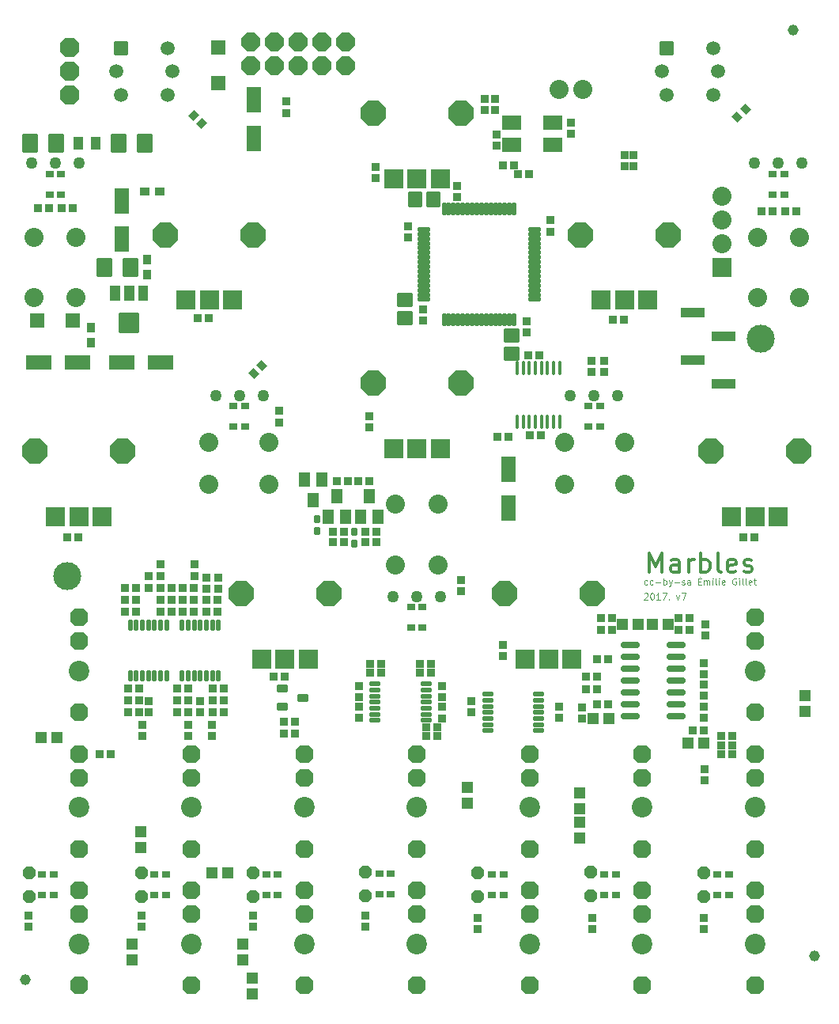
<source format=gbr>
%TF.GenerationSoftware,KiCad,Pcbnew,(6.0.11-0)*%
%TF.CreationDate,2023-03-06T21:55:09+01:00*%
%TF.ProjectId,marbles,6d617262-6c65-4732-9e6b-696361645f70,rev?*%
%TF.SameCoordinates,Original*%
%TF.FileFunction,Soldermask,Top*%
%TF.FilePolarity,Negative*%
%FSLAX46Y46*%
G04 Gerber Fmt 4.6, Leading zero omitted, Abs format (unit mm)*
G04 Created by KiCad (PCBNEW (6.0.11-0)) date 2023-03-06 21:55:09*
%MOMM*%
%LPD*%
G01*
G04 APERTURE LIST*
G04 Aperture macros list*
%AMRoundRect*
0 Rectangle with rounded corners*
0 $1 Rounding radius*
0 $2 $3 $4 $5 $6 $7 $8 $9 X,Y pos of 4 corners*
0 Add a 4 corners polygon primitive as box body*
4,1,4,$2,$3,$4,$5,$6,$7,$8,$9,$2,$3,0*
0 Add four circle primitives for the rounded corners*
1,1,$1+$1,$2,$3*
1,1,$1+$1,$4,$5*
1,1,$1+$1,$6,$7*
1,1,$1+$1,$8,$9*
0 Add four rect primitives between the rounded corners*
20,1,$1+$1,$2,$3,$4,$5,0*
20,1,$1+$1,$4,$5,$6,$7,0*
20,1,$1+$1,$6,$7,$8,$9,0*
20,1,$1+$1,$8,$9,$2,$3,0*%
%AMFreePoly0*
4,1,25,0.575031,1.328373,0.579933,1.323882,1.323882,0.579933,1.345910,0.532692,1.346200,0.526051,1.346200,-0.526051,1.328373,-0.575031,1.323882,-0.579933,0.579933,-1.323882,0.532692,-1.345910,0.526051,-1.346200,-0.526051,-1.346200,-0.575031,-1.328373,-0.579933,-1.323882,-1.323882,-0.579933,-1.345910,-0.532692,-1.346200,-0.526051,-1.346200,0.526051,-1.328373,0.575031,-1.323882,0.579933,
-0.579933,1.323882,-0.532692,1.345910,-0.526051,1.346200,0.526051,1.346200,0.575031,1.328373,0.575031,1.328373,$1*%
%AMFreePoly1*
4,1,25,0.417216,0.947373,0.422118,0.942882,0.942882,0.422118,0.964910,0.374877,0.965200,0.368236,0.965200,-0.368236,0.947373,-0.417216,0.942882,-0.422118,0.422118,-0.942882,0.374877,-0.964910,0.368236,-0.965200,-0.368236,-0.965200,-0.417216,-0.947373,-0.422118,-0.942882,-0.942882,-0.422118,-0.964910,-0.374877,-0.965200,-0.368236,-0.965200,0.368236,-0.947373,0.417216,-0.942882,0.422118,
-0.422118,0.942882,-0.374877,0.964910,-0.368236,0.965200,0.368236,0.965200,0.417216,0.947373,0.417216,0.947373,$1*%
%AMFreePoly2*
4,1,25,0.301485,0.667973,0.306387,0.663482,0.663482,0.306387,0.685510,0.259146,0.685800,0.252505,0.685800,-0.252505,0.667973,-0.301485,0.663482,-0.306387,0.306387,-0.663482,0.259146,-0.685510,0.252505,-0.685800,-0.252505,-0.685800,-0.301485,-0.667973,-0.306387,-0.663482,-0.663482,-0.306387,-0.685510,-0.259146,-0.685800,-0.252505,-0.685800,0.252505,-0.667973,0.301485,-0.663482,0.306387,
-0.306387,0.663482,-0.259146,0.685510,-0.252505,0.685800,0.252505,0.685800,0.301485,0.667973,0.301485,0.667973,$1*%
%AMFreePoly3*
4,1,25,0.448779,1.023573,0.453681,1.019082,1.019082,0.453681,1.041110,0.406440,1.041400,0.399799,1.041400,-0.399799,1.023573,-0.448779,1.019082,-0.453681,0.453681,-1.019082,0.406440,-1.041110,0.399799,-1.041400,-0.399799,-1.041400,-0.448779,-1.023573,-0.453681,-1.019082,-1.019082,-0.453681,-1.041110,-0.406440,-1.041400,-0.399799,-1.041400,0.399799,-1.023573,0.448779,-1.019082,0.453681,
-0.453681,1.019082,-0.406440,1.041110,-0.399799,1.041400,0.399799,1.041400,0.448779,1.023573,0.448779,1.023573,$1*%
%AMFreePoly4*
4,1,25,0.438258,0.998173,0.443160,0.993682,0.993682,0.443160,1.015710,0.395919,1.016000,0.389278,1.016000,-0.389278,0.998173,-0.438258,0.993682,-0.443160,0.443160,-0.993682,0.395919,-1.015710,0.389278,-1.016000,-0.389278,-1.016000,-0.438258,-0.998173,-0.443160,-0.993682,-0.993682,-0.443160,-1.015710,-0.395919,-1.016000,-0.389278,-1.016000,0.389278,-0.998173,0.438258,-0.993682,0.443160,
-0.443160,0.993682,-0.395919,1.015710,-0.389278,1.016000,0.389278,1.016000,0.438258,0.998173,0.438258,0.998173,$1*%
G04 Aperture macros list end*
%ADD10C,0.121920*%
%ADD11C,0.365760*%
%ADD12R,2.510000X1.000000*%
%ADD13RoundRect,0.100000X0.100000X-0.637500X0.100000X0.637500X-0.100000X0.637500X-0.100000X-0.637500X0*%
%ADD14RoundRect,0.150000X-0.825000X-0.150000X0.825000X-0.150000X0.825000X0.150000X-0.825000X0.150000X0*%
%ADD15RoundRect,0.076200X0.650000X0.750000X-0.650000X0.750000X-0.650000X-0.750000X0.650000X-0.750000X0*%
%ADD16RoundRect,0.076200X1.300000X0.700000X-1.300000X0.700000X-1.300000X-0.700000X1.300000X-0.700000X0*%
%ADD17RoundRect,0.576200X0.000000X0.000000X0.000000X0.000000X0.000000X0.000000X0.000000X0.000000X0*%
%ADD18RoundRect,0.076200X0.375000X-0.325000X0.375000X0.325000X-0.375000X0.325000X-0.375000X-0.325000X0*%
%ADD19R,0.850000X0.640000*%
%ADD20RoundRect,0.076200X-0.325000X-0.375000X0.325000X-0.375000X0.325000X0.375000X-0.325000X0.375000X0*%
%ADD21RoundRect,0.076200X0.939800X-0.939800X0.939800X0.939800X-0.939800X0.939800X-0.939800X-0.939800X0*%
%ADD22FreePoly0,90.000000*%
%ADD23RoundRect,0.076200X0.325000X0.375000X-0.325000X0.375000X-0.325000X-0.375000X0.325000X-0.375000X0*%
%ADD24C,2.200000*%
%ADD25FreePoly1,180.000000*%
%ADD26RoundRect,0.076200X-0.375000X0.325000X-0.375000X-0.325000X0.375000X-0.325000X0.375000X0.325000X0*%
%ADD27RoundRect,0.076200X0.500000X0.550000X-0.500000X0.550000X-0.500000X-0.550000X0.500000X-0.550000X0*%
%ADD28RoundRect,0.076200X0.800000X0.900000X-0.800000X0.900000X-0.800000X-0.900000X0.800000X-0.900000X0*%
%ADD29RoundRect,0.076200X-0.500000X0.350000X-0.500000X-0.350000X0.500000X-0.350000X0.500000X0.350000X0*%
%ADD30RoundRect,0.076200X-0.950000X-0.700000X0.950000X-0.700000X0.950000X0.700000X-0.950000X0.700000X0*%
%ADD31RoundRect,0.076200X0.550000X0.500000X-0.550000X0.500000X-0.550000X-0.500000X0.550000X-0.500000X0*%
%ADD32C,1.258800*%
%ADD33RoundRect,0.076200X-0.750000X0.650000X-0.750000X-0.650000X0.750000X-0.650000X0.750000X0.650000X0*%
%ADD34RoundRect,0.076200X-0.700000X-0.700000X0.700000X-0.700000X0.700000X0.700000X-0.700000X0.700000X0*%
%ADD35RoundRect,0.076200X0.700000X-1.300000X0.700000X1.300000X-0.700000X1.300000X-0.700000X-1.300000X0*%
%ADD36RoundRect,0.076200X0.550000X-0.500000X0.550000X0.500000X-0.550000X0.500000X-0.550000X-0.500000X0*%
%ADD37FreePoly2,270.000000*%
%ADD38RoundRect,0.076200X-0.495300X0.152400X-0.495300X-0.152400X0.495300X-0.152400X0.495300X0.152400X0*%
%ADD39RoundRect,0.076200X-0.250000X0.350000X-0.250000X-0.350000X0.250000X-0.350000X0.250000X0.350000X0*%
%ADD40RoundRect,0.076200X0.500000X-0.550000X0.500000X0.550000X-0.500000X0.550000X-0.500000X-0.550000X0*%
%ADD41RoundRect,0.076200X0.494975X0.035355X0.035355X0.494975X-0.494975X-0.035355X-0.035355X-0.494975X0*%
%ADD42RoundRect,0.076200X-0.500000X-0.700000X0.500000X-0.700000X0.500000X0.700000X-0.500000X0.700000X0*%
%ADD43RoundRect,0.076200X0.150000X0.600000X-0.150000X0.600000X-0.150000X-0.600000X0.150000X-0.600000X0*%
%ADD44RoundRect,0.076200X-0.600000X0.150000X-0.600000X-0.150000X0.600000X-0.150000X0.600000X0.150000X0*%
%ADD45RoundRect,0.076200X-0.150000X-0.600000X0.150000X-0.600000X0.150000X0.600000X-0.150000X0.600000X0*%
%ADD46RoundRect,0.076200X0.600000X-0.150000X0.600000X0.150000X-0.600000X0.150000X-0.600000X-0.150000X0*%
%ADD47RoundRect,0.076200X-0.500000X-0.550000X0.500000X-0.550000X0.500000X0.550000X-0.500000X0.550000X0*%
%ADD48RoundRect,0.076200X0.035355X-0.494975X0.494975X-0.035355X-0.035355X0.494975X-0.494975X0.035355X0*%
%ADD49RoundRect,0.076200X0.500000X0.700000X-0.500000X0.700000X-0.500000X-0.700000X0.500000X-0.700000X0*%
%ADD50RoundRect,0.076200X0.350000X-0.425000X0.350000X0.425000X-0.350000X0.425000X-0.350000X-0.425000X0*%
%ADD51C,1.502400*%
%ADD52RoundRect,0.076200X0.675000X-0.675000X0.675000X0.675000X-0.675000X0.675000X-0.675000X-0.675000X0*%
%ADD53RoundRect,0.076200X0.450000X0.625000X-0.450000X0.625000X-0.450000X-0.625000X0.450000X-0.625000X0*%
%ADD54RoundRect,0.076200X0.700000X-0.700000X0.700000X0.700000X-0.700000X0.700000X-0.700000X-0.700000X0*%
%ADD55C,2.032000*%
%ADD56RoundRect,0.076200X-0.152400X-0.495300X0.152400X-0.495300X0.152400X0.495300X-0.152400X0.495300X0*%
%ADD57RoundRect,0.076200X-0.425000X-0.350000X0.425000X-0.350000X0.425000X0.350000X-0.425000X0.350000X0*%
%ADD58RoundRect,0.076200X0.250000X-0.350000X0.250000X0.350000X-0.250000X0.350000X-0.250000X-0.350000X0*%
%ADD59RoundRect,0.076200X-0.800000X-0.900000X0.800000X-0.900000X0.800000X0.900000X-0.800000X0.900000X0*%
%ADD60FreePoly3,180.000000*%
%ADD61C,3.000000*%
%ADD62RoundRect,0.076200X-0.035355X0.494975X-0.494975X0.035355X0.035355X-0.494975X0.494975X-0.035355X0*%
%ADD63RoundRect,0.076200X-1.300000X-0.700000X1.300000X-0.700000X1.300000X0.700000X-1.300000X0.700000X0*%
%ADD64RoundRect,0.076200X-1.000000X1.000000X-1.000000X-1.000000X1.000000X-1.000000X1.000000X1.000000X0*%
%ADD65FreePoly4,180.000000*%
%ADD66RoundRect,0.076200X-0.939800X-0.939800X0.939800X-0.939800X0.939800X0.939800X-0.939800X0.939800X0*%
G04 APERTURE END LIST*
D10*
X173170934Y-113192801D02*
X173105136Y-113225700D01*
X172973540Y-113225700D01*
X172907742Y-113192801D01*
X172874843Y-113159902D01*
X172841944Y-113094104D01*
X172841944Y-112896710D01*
X172874843Y-112830912D01*
X172907742Y-112798013D01*
X172973540Y-112765114D01*
X173105136Y-112765114D01*
X173170934Y-112798013D01*
X173763117Y-113192801D02*
X173697319Y-113225700D01*
X173565723Y-113225700D01*
X173499925Y-113192801D01*
X173467026Y-113159902D01*
X173434127Y-113094104D01*
X173434127Y-112896710D01*
X173467026Y-112830912D01*
X173499925Y-112798013D01*
X173565723Y-112765114D01*
X173697319Y-112765114D01*
X173763117Y-112798013D01*
X174059208Y-112962508D02*
X174585593Y-112962508D01*
X174914584Y-113225700D02*
X174914584Y-112534820D01*
X174914584Y-112798013D02*
X174980382Y-112765114D01*
X175111978Y-112765114D01*
X175177776Y-112798013D01*
X175210675Y-112830912D01*
X175243574Y-112896710D01*
X175243574Y-113094104D01*
X175210675Y-113159902D01*
X175177776Y-113192801D01*
X175111978Y-113225700D01*
X174980382Y-113225700D01*
X174914584Y-113192801D01*
X175473868Y-112765114D02*
X175638363Y-113225700D01*
X175802858Y-112765114D02*
X175638363Y-113225700D01*
X175572565Y-113390196D01*
X175539666Y-113423095D01*
X175473868Y-113455994D01*
X176066050Y-112962508D02*
X176592435Y-112962508D01*
X176888527Y-113192801D02*
X176954325Y-113225700D01*
X177085921Y-113225700D01*
X177151719Y-113192801D01*
X177184618Y-113127003D01*
X177184618Y-113094104D01*
X177151719Y-113028306D01*
X177085921Y-112995407D01*
X176987224Y-112995407D01*
X176921426Y-112962508D01*
X176888527Y-112896710D01*
X176888527Y-112863811D01*
X176921426Y-112798013D01*
X176987224Y-112765114D01*
X177085921Y-112765114D01*
X177151719Y-112798013D01*
X177776801Y-113225700D02*
X177776801Y-112863811D01*
X177743902Y-112798013D01*
X177678104Y-112765114D01*
X177546508Y-112765114D01*
X177480709Y-112798013D01*
X177776801Y-113192801D02*
X177711003Y-113225700D01*
X177546508Y-113225700D01*
X177480709Y-113192801D01*
X177447810Y-113127003D01*
X177447810Y-113061205D01*
X177480709Y-112995407D01*
X177546508Y-112962508D01*
X177711003Y-112962508D01*
X177776801Y-112929609D01*
X178632176Y-112863811D02*
X178862469Y-112863811D01*
X178961167Y-113225700D02*
X178632176Y-113225700D01*
X178632176Y-112534820D01*
X178961167Y-112534820D01*
X178862469Y-112271628D02*
X178763772Y-112370325D01*
X179257258Y-113225700D02*
X179257258Y-112765114D01*
X179257258Y-112830912D02*
X179290157Y-112798013D01*
X179355955Y-112765114D01*
X179454652Y-112765114D01*
X179520450Y-112798013D01*
X179553349Y-112863811D01*
X179553349Y-113225700D01*
X179553349Y-112863811D02*
X179586248Y-112798013D01*
X179652047Y-112765114D01*
X179750744Y-112765114D01*
X179816542Y-112798013D01*
X179849441Y-112863811D01*
X179849441Y-113225700D01*
X180178431Y-113225700D02*
X180178431Y-112765114D01*
X180178431Y-112534820D02*
X180145532Y-112567720D01*
X180178431Y-112600619D01*
X180211330Y-112567720D01*
X180178431Y-112534820D01*
X180178431Y-112600619D01*
X180606119Y-113225700D02*
X180540321Y-113192801D01*
X180507422Y-113127003D01*
X180507422Y-112534820D01*
X180869311Y-113225700D02*
X180869311Y-112765114D01*
X180869311Y-112534820D02*
X180836412Y-112567720D01*
X180869311Y-112600619D01*
X180902210Y-112567720D01*
X180869311Y-112534820D01*
X180869311Y-112600619D01*
X181461494Y-113192801D02*
X181395696Y-113225700D01*
X181264100Y-113225700D01*
X181198302Y-113192801D01*
X181165403Y-113127003D01*
X181165403Y-112863811D01*
X181198302Y-112798013D01*
X181264100Y-112765114D01*
X181395696Y-112765114D01*
X181461494Y-112798013D01*
X181494393Y-112863811D01*
X181494393Y-112929609D01*
X181165403Y-112995407D01*
X182678759Y-112567720D02*
X182612961Y-112534820D01*
X182514264Y-112534820D01*
X182415567Y-112567720D01*
X182349768Y-112633518D01*
X182316869Y-112699316D01*
X182283970Y-112830912D01*
X182283970Y-112929609D01*
X182316869Y-113061205D01*
X182349768Y-113127003D01*
X182415567Y-113192801D01*
X182514264Y-113225700D01*
X182580062Y-113225700D01*
X182678759Y-113192801D01*
X182711658Y-113159902D01*
X182711658Y-112929609D01*
X182580062Y-112929609D01*
X183007749Y-113225700D02*
X183007749Y-112765114D01*
X183007749Y-112534820D02*
X182974850Y-112567720D01*
X183007749Y-112600619D01*
X183040648Y-112567720D01*
X183007749Y-112534820D01*
X183007749Y-112600619D01*
X183435437Y-113225700D02*
X183369639Y-113192801D01*
X183336740Y-113127003D01*
X183336740Y-112534820D01*
X183797327Y-113225700D02*
X183731528Y-113192801D01*
X183698629Y-113127003D01*
X183698629Y-112534820D01*
X184323711Y-113192801D02*
X184257913Y-113225700D01*
X184126317Y-113225700D01*
X184060519Y-113192801D01*
X184027620Y-113127003D01*
X184027620Y-112863811D01*
X184060519Y-112798013D01*
X184126317Y-112765114D01*
X184257913Y-112765114D01*
X184323711Y-112798013D01*
X184356610Y-112863811D01*
X184356610Y-112929609D01*
X184027620Y-112995407D01*
X184554005Y-112765114D02*
X184817197Y-112765114D01*
X184652702Y-112534820D02*
X184652702Y-113127003D01*
X184685601Y-113192801D01*
X184751399Y-113225700D01*
X184817197Y-113225700D01*
D11*
X173362329Y-111889902D02*
X173362329Y-109817262D01*
X174053209Y-111297720D01*
X174744089Y-109817262D01*
X174744089Y-111889902D01*
X176619335Y-111889902D02*
X176619335Y-110804234D01*
X176520638Y-110606840D01*
X176323244Y-110508142D01*
X175928455Y-110508142D01*
X175731061Y-110606840D01*
X176619335Y-111791205D02*
X176421941Y-111889902D01*
X175928455Y-111889902D01*
X175731061Y-111791205D01*
X175632364Y-111593811D01*
X175632364Y-111396417D01*
X175731061Y-111199022D01*
X175928455Y-111100325D01*
X176421941Y-111100325D01*
X176619335Y-111001628D01*
X177606306Y-111889902D02*
X177606306Y-110508142D01*
X177606306Y-110902931D02*
X177705004Y-110705537D01*
X177803701Y-110606840D01*
X178001095Y-110508142D01*
X178198489Y-110508142D01*
X178889369Y-111889902D02*
X178889369Y-109817262D01*
X178889369Y-110606840D02*
X179086764Y-110508142D01*
X179481552Y-110508142D01*
X179678946Y-110606840D01*
X179777644Y-110705537D01*
X179876341Y-110902931D01*
X179876341Y-111495114D01*
X179777644Y-111692508D01*
X179678946Y-111791205D01*
X179481552Y-111889902D01*
X179086764Y-111889902D01*
X178889369Y-111791205D01*
X181060706Y-111889902D02*
X180863312Y-111791205D01*
X180764615Y-111593811D01*
X180764615Y-109817262D01*
X182639861Y-111791205D02*
X182442466Y-111889902D01*
X182047678Y-111889902D01*
X181850284Y-111791205D01*
X181751586Y-111593811D01*
X181751586Y-110804234D01*
X181850284Y-110606840D01*
X182047678Y-110508142D01*
X182442466Y-110508142D01*
X182639861Y-110606840D01*
X182738558Y-110804234D01*
X182738558Y-111001628D01*
X181751586Y-111199022D01*
X183528135Y-111791205D02*
X183725529Y-111889902D01*
X184120318Y-111889902D01*
X184317712Y-111791205D01*
X184416409Y-111593811D01*
X184416409Y-111495114D01*
X184317712Y-111297720D01*
X184120318Y-111199022D01*
X183824226Y-111199022D01*
X183626832Y-111100325D01*
X183528135Y-110902931D01*
X183528135Y-110804234D01*
X183626832Y-110606840D01*
X183824226Y-110508142D01*
X184120318Y-110508142D01*
X184317712Y-110606840D01*
D10*
X172841944Y-114188119D02*
X172874843Y-114155220D01*
X172940641Y-114122320D01*
X173105136Y-114122320D01*
X173170934Y-114155220D01*
X173203833Y-114188119D01*
X173236732Y-114253917D01*
X173236732Y-114319715D01*
X173203833Y-114418412D01*
X172809045Y-114813200D01*
X173236732Y-114813200D01*
X173664420Y-114122320D02*
X173730218Y-114122320D01*
X173796016Y-114155220D01*
X173828915Y-114188119D01*
X173861814Y-114253917D01*
X173894713Y-114385513D01*
X173894713Y-114550008D01*
X173861814Y-114681604D01*
X173828915Y-114747402D01*
X173796016Y-114780301D01*
X173730218Y-114813200D01*
X173664420Y-114813200D01*
X173598622Y-114780301D01*
X173565723Y-114747402D01*
X173532824Y-114681604D01*
X173499925Y-114550008D01*
X173499925Y-114385513D01*
X173532824Y-114253917D01*
X173565723Y-114188119D01*
X173598622Y-114155220D01*
X173664420Y-114122320D01*
X174552694Y-114813200D02*
X174157906Y-114813200D01*
X174355300Y-114813200D02*
X174355300Y-114122320D01*
X174289502Y-114221018D01*
X174223704Y-114286816D01*
X174157906Y-114319715D01*
X174782988Y-114122320D02*
X175243574Y-114122320D01*
X174947483Y-114813200D01*
X175506767Y-114747402D02*
X175539666Y-114780301D01*
X175506767Y-114813200D01*
X175473868Y-114780301D01*
X175506767Y-114747402D01*
X175506767Y-114813200D01*
X176296344Y-114352614D02*
X176460839Y-114813200D01*
X176625334Y-114352614D01*
X176822728Y-114122320D02*
X177283315Y-114122320D01*
X176987224Y-114813200D01*
%TO.C,IC3*%
G36*
X116728700Y-82848600D02*
G01*
X115678700Y-82848600D01*
X115678700Y-81273600D01*
X116728700Y-81273600D01*
X116728700Y-82848600D01*
G37*
G36*
X119728700Y-82848600D02*
G01*
X118678700Y-82848600D01*
X118678700Y-81273600D01*
X119728700Y-81273600D01*
X119728700Y-82848600D01*
G37*
G36*
X118228700Y-82848600D02*
G01*
X117178700Y-82848600D01*
X117178700Y-81273600D01*
X118228700Y-81273600D01*
X118228700Y-82848600D01*
G37*
%TD*%
D12*
%TO.C,J17*%
X181355000Y-91710000D03*
X178045000Y-89170000D03*
X181355000Y-86630000D03*
X178045000Y-84090000D03*
%TD*%
D13*
%TO.C,IC4*%
X159243600Y-95801100D03*
X159893600Y-95801100D03*
X160543600Y-95801100D03*
X161193600Y-95801100D03*
X161843600Y-95801100D03*
X162493600Y-95801100D03*
X163143600Y-95801100D03*
X163793600Y-95801100D03*
X163793600Y-90076100D03*
X163143600Y-90076100D03*
X162493600Y-90076100D03*
X161843600Y-90076100D03*
X161193600Y-90076100D03*
X160543600Y-90076100D03*
X159893600Y-90076100D03*
X159243600Y-90076100D03*
%TD*%
D14*
%TO.C,IC7*%
X171325000Y-119690000D03*
X171325000Y-120960000D03*
X171325000Y-122230000D03*
X171325000Y-123500000D03*
X171325000Y-124770000D03*
X171325000Y-126040000D03*
X171325000Y-127310000D03*
X176275000Y-127310000D03*
X176275000Y-126040000D03*
X176275000Y-124770000D03*
X176275000Y-123500000D03*
X176275000Y-122230000D03*
X176275000Y-120960000D03*
X176275000Y-119690000D03*
%TD*%
D15*
%TO.C,C10*%
X150244900Y-71983600D03*
X148344900Y-71983600D03*
%TD*%
D16*
%TO.C,C22*%
X108033600Y-89446100D03*
X112133600Y-89446100D03*
%TD*%
D17*
%TO.C,F2*%
X191046100Y-152946100D03*
%TD*%
D18*
%TO.C,R82*%
X106900000Y-149800000D03*
X106900000Y-148600000D03*
%TD*%
D19*
%TO.C,LED4-2*%
X168125000Y-96350000D03*
X166875000Y-96350000D03*
X168125000Y-94150000D03*
X166875000Y-94150000D03*
%TD*%
D20*
%TO.C,C34*%
X168221100Y-118098000D03*
X169421100Y-118098000D03*
%TD*%
D18*
%TO.C,R28*%
X121037400Y-112271100D03*
X121037400Y-111071100D03*
%TD*%
%TO.C,R31*%
X125958600Y-113699800D03*
X125958600Y-112499800D03*
%TD*%
D21*
%TO.C,R38*%
X165129800Y-121211100D03*
X162629800Y-121211100D03*
X160129800Y-121211100D03*
D22*
X167329800Y-114211100D03*
X157929800Y-114211100D03*
%TD*%
D23*
%TO.C,R24*%
X140687400Y-107543700D03*
X139487400Y-107543700D03*
%TD*%
D19*
%TO.C,LED7-2*%
X121625000Y-146400000D03*
X120375000Y-146400000D03*
X121625000Y-144200000D03*
X120375000Y-144200000D03*
%TD*%
D21*
%TO.C,R14*%
X173226100Y-82793600D03*
X170726100Y-82793600D03*
X168226100Y-82793600D03*
D22*
X175426100Y-75793600D03*
X166026100Y-75793600D03*
%TD*%
D17*
%TO.C,F3*%
X106591100Y-155486100D03*
%TD*%
D23*
%TO.C,C38*%
X134337400Y-123101100D03*
X133137400Y-123101100D03*
%TD*%
D24*
%TO.C,J11*%
X124371100Y-151676100D03*
D25*
X124371100Y-145961100D03*
X124371100Y-148501100D03*
X124371100Y-156121100D03*
%TD*%
D20*
%TO.C,R66*%
X126628600Y-126911100D03*
X127828600Y-126911100D03*
%TD*%
D26*
%TO.C,R36*%
X153250000Y-112750000D03*
X153250000Y-113950000D03*
%TD*%
D23*
%TO.C,R26*%
X140687400Y-108654900D03*
X139487400Y-108654900D03*
%TD*%
D27*
%TO.C,R63*%
X179250000Y-130200000D03*
X177550000Y-130200000D03*
%TD*%
D26*
%TO.C,R19*%
X133750000Y-94650000D03*
X133750000Y-95850000D03*
%TD*%
D23*
%TO.C,C18*%
X170691100Y-84842300D03*
X169491100Y-84842300D03*
%TD*%
%TO.C,R59*%
X127828600Y-125641100D03*
X126628600Y-125641100D03*
%TD*%
D26*
%TO.C,C7*%
X171678600Y-67256100D03*
X171678600Y-68456100D03*
%TD*%
D28*
%TO.C,C14*%
X117833600Y-79286100D03*
X115033600Y-79286100D03*
%TD*%
D23*
%TO.C,R42*%
X127193600Y-114846100D03*
X125993600Y-114846100D03*
%TD*%
D29*
%TO.C,IC8*%
X134066100Y-124373600D03*
X134066100Y-126273600D03*
X136266100Y-125323600D03*
%TD*%
D30*
%TO.C,Q1*%
X158683600Y-66198600D03*
X163083600Y-66198600D03*
X163083600Y-63798600D03*
X158683600Y-63798600D03*
%TD*%
D31*
%TO.C,C53*%
X109981100Y-129609800D03*
X108281100Y-129609800D03*
%TD*%
D18*
%TO.C,R84*%
X131000000Y-149850000D03*
X131000000Y-148650000D03*
%TD*%
D24*
%TO.C,J7*%
X160566100Y-137071100D03*
D25*
X160566100Y-131356100D03*
X160566100Y-133896100D03*
X160566100Y-141516100D03*
%TD*%
D32*
%TO.C,LED5*%
X151040000Y-114500000D03*
X148500000Y-114500000D03*
X145960000Y-114500000D03*
%TD*%
D18*
%TO.C,R32*%
X127228600Y-113699800D03*
X127228600Y-112499800D03*
%TD*%
D19*
%TO.C,LED5-2*%
X149125000Y-117850000D03*
X147875000Y-117850000D03*
X149125000Y-115650000D03*
X147875000Y-115650000D03*
%TD*%
D18*
%TO.C,C48*%
X154374900Y-126876100D03*
X154374900Y-125676100D03*
%TD*%
D33*
%TO.C,C20*%
X158661100Y-86591100D03*
X158661100Y-88491100D03*
%TD*%
D23*
%TO.C,R27*%
X144179800Y-108655000D03*
X142979800Y-108655000D03*
%TD*%
D20*
%TO.C,R69*%
X149488700Y-128498500D03*
X150688700Y-128498500D03*
%TD*%
%TO.C,R41*%
X123453600Y-114846100D03*
X124653600Y-114846100D03*
%TD*%
D26*
%TO.C,R61*%
X179200000Y-126300000D03*
X179200000Y-127500000D03*
%TD*%
D21*
%TO.C,R16*%
X151001100Y-98668600D03*
X148501100Y-98668600D03*
X146001100Y-98668600D03*
D22*
X153201100Y-91668600D03*
X143801100Y-91668600D03*
%TD*%
D34*
%TO.C,D2*%
X111666100Y-85001100D03*
X107866100Y-85001100D03*
%TD*%
D21*
%TO.C,R13*%
X128776100Y-82793600D03*
X126276100Y-82793600D03*
X123776100Y-82793600D03*
D22*
X130976100Y-75793600D03*
X121576100Y-75793600D03*
%TD*%
D23*
%TO.C,R54*%
X167800000Y-124400000D03*
X166600000Y-124400000D03*
%TD*%
D26*
%TO.C,R17*%
X168600000Y-89300000D03*
X168600000Y-90500000D03*
%TD*%
D35*
%TO.C,C27*%
X158343700Y-100889900D03*
X158343700Y-104989900D03*
%TD*%
D19*
%TO.C,LED9-2*%
X145725000Y-146350000D03*
X144475000Y-146350000D03*
X145725000Y-144150000D03*
X144475000Y-144150000D03*
%TD*%
D36*
%TO.C,R85*%
X118000000Y-153350000D03*
X118000000Y-151650000D03*
%TD*%
D37*
%TO.C,LED10*%
X155000000Y-144056100D03*
X155000000Y-146596100D03*
%TD*%
D38*
%TO.C,IC10*%
X156102100Y-124961100D03*
X156102100Y-125611100D03*
X156102100Y-126261100D03*
X156102100Y-126911100D03*
X156102100Y-127561100D03*
X156102100Y-128211100D03*
X156102100Y-128861100D03*
X161537700Y-128861100D03*
X161537700Y-128211100D03*
X161537700Y-127561100D03*
X161537700Y-126911100D03*
X161537700Y-126261100D03*
X161537700Y-125611100D03*
X161537700Y-124961100D03*
%TD*%
D18*
%TO.C,R55*%
X151199900Y-125288400D03*
X151199900Y-124088400D03*
%TD*%
D39*
%TO.C,D5*%
X141833500Y-108878500D03*
X141833500Y-107578500D03*
%TD*%
D40*
%TO.C,C55*%
X165963600Y-137200000D03*
X165963600Y-135500000D03*
%TD*%
D23*
%TO.C,C40*%
X118779900Y-124371100D03*
X117579900Y-124371100D03*
%TD*%
D20*
%TO.C,R57*%
X117579900Y-125641100D03*
X118779900Y-125641100D03*
%TD*%
D26*
%TO.C,C8*%
X144056100Y-68526100D03*
X144056100Y-69726100D03*
%TD*%
%TO.C,C47*%
X125323600Y-125676100D03*
X125323600Y-126876100D03*
%TD*%
D21*
%TO.C,R4*%
X151001100Y-69776100D03*
X148501100Y-69776100D03*
X146001100Y-69776100D03*
D22*
X153201100Y-62776100D03*
X143801100Y-62776100D03*
%TD*%
D37*
%TO.C,LED8*%
X131000000Y-144030000D03*
X131000000Y-146570000D03*
%TD*%
D41*
%TO.C,R1*%
X125424264Y-63924264D03*
X124575736Y-63075736D03*
%TD*%
D20*
%TO.C,R22*%
X139963600Y-102146200D03*
X141163600Y-102146200D03*
%TD*%
D26*
%TO.C,R67*%
X151200000Y-126311100D03*
X151200000Y-127511100D03*
%TD*%
D36*
%TO.C,R87*%
X130900000Y-157050000D03*
X130900000Y-155350000D03*
%TD*%
D35*
%TO.C,C2*%
X131038600Y-61361100D03*
X131038600Y-65461100D03*
%TD*%
D23*
%TO.C,R33*%
X118462400Y-113576100D03*
X117262400Y-113576100D03*
%TD*%
%TO.C,C41*%
X124018600Y-124371100D03*
X122818600Y-124371100D03*
%TD*%
D42*
%TO.C,Q3*%
X142471100Y-105944900D03*
X143421100Y-103744900D03*
X144371100Y-105944900D03*
%TD*%
D43*
%TO.C,IC2*%
X158918600Y-73032200D03*
X158418600Y-73032200D03*
X157918600Y-73032200D03*
X157418600Y-73032200D03*
X156918600Y-73032200D03*
X156418600Y-73032200D03*
X155918600Y-73032200D03*
X155418600Y-73032200D03*
X154918600Y-73032200D03*
X154418600Y-73032200D03*
X153918600Y-73032200D03*
X153418600Y-73032200D03*
X152918600Y-73032200D03*
X152418600Y-73032200D03*
X151918600Y-73032200D03*
X151418600Y-73032200D03*
D44*
X149257600Y-75218600D03*
X149257600Y-75718600D03*
X149257600Y-76218600D03*
X149257600Y-76718600D03*
X149257600Y-77218600D03*
X149257600Y-77718600D03*
X149257600Y-78218600D03*
X149257600Y-78718600D03*
X149257600Y-79218600D03*
X149257600Y-79718600D03*
X149257600Y-80218600D03*
X149257600Y-80718600D03*
X149257600Y-81218600D03*
X149257600Y-81718600D03*
X149257600Y-82218600D03*
X149257600Y-82718600D03*
D45*
X151418600Y-84854200D03*
X151918600Y-84854200D03*
X152418600Y-84854200D03*
X152918600Y-84854200D03*
X153418600Y-84854200D03*
X153918600Y-84854200D03*
X154418600Y-84854200D03*
X154918600Y-84854200D03*
X155418600Y-84854200D03*
X155918600Y-84854200D03*
X156418600Y-84854200D03*
X156918600Y-84854200D03*
X157418600Y-84854200D03*
X157918600Y-84854200D03*
X158418600Y-84854200D03*
X158918600Y-84854200D03*
D46*
X161105000Y-82718600D03*
X161105000Y-82218600D03*
X161105000Y-81718600D03*
X161105000Y-81218600D03*
X161105000Y-80718600D03*
X161105000Y-80218600D03*
X161105000Y-79718600D03*
X161105000Y-79218600D03*
X161105000Y-78718600D03*
X161105000Y-78218600D03*
X161105000Y-77718600D03*
X161105000Y-77218600D03*
X161105000Y-76718600D03*
X161105000Y-76218600D03*
X161105000Y-75718600D03*
X161105000Y-75218600D03*
%TD*%
D47*
%TO.C,R46*%
X173686100Y-117463000D03*
X175386100Y-117463000D03*
%TD*%
D24*
%TO.C,J16*%
X184696100Y-151676100D03*
D25*
X184696100Y-145961100D03*
X184696100Y-148501100D03*
X184696100Y-156121100D03*
%TD*%
D48*
%TO.C,R5*%
X182825736Y-63174264D03*
X183674264Y-62325736D03*
%TD*%
D49*
%TO.C,D3*%
X138338700Y-101998600D03*
X136438700Y-101998600D03*
X137388700Y-104198600D03*
%TD*%
D18*
%TO.C,C9*%
X152787400Y-71789800D03*
X152787400Y-70589800D03*
%TD*%
D40*
%TO.C,C54*%
X153898600Y-136651100D03*
X153898600Y-134951100D03*
%TD*%
D18*
%TO.C,C4*%
X165011200Y-64963600D03*
X165011200Y-63763600D03*
%TD*%
D47*
%TO.C,R62*%
X167332500Y-127570000D03*
X169032500Y-127570000D03*
%TD*%
D37*
%TO.C,LED6*%
X107000000Y-144030000D03*
X107000000Y-146570000D03*
%TD*%
D23*
%TO.C,R65*%
X124018600Y-126911100D03*
X122818600Y-126911100D03*
%TD*%
D21*
%TO.C,R37*%
X136872400Y-121211100D03*
X134372400Y-121211100D03*
X131872400Y-121211100D03*
D22*
X139072400Y-114211100D03*
X129672400Y-114211100D03*
%TD*%
D23*
%TO.C,C28*%
X112271100Y-108178600D03*
X111071100Y-108178600D03*
%TD*%
D26*
%TO.C,C36*%
X157708600Y-119643600D03*
X157708600Y-120843600D03*
%TD*%
%TO.C,R72*%
X126593600Y-128216100D03*
X126593600Y-129416100D03*
%TD*%
D50*
%TO.C,L3*%
X119608600Y-80027400D03*
X119608600Y-78427400D03*
%TD*%
D20*
%TO.C,R58*%
X122818600Y-125641100D03*
X124018600Y-125641100D03*
%TD*%
D26*
%TO.C,C37*%
X179200000Y-121600000D03*
X179200000Y-122800000D03*
%TD*%
D51*
%TO.C,SW1*%
X121791100Y-55831100D03*
X121791100Y-60831100D03*
D52*
X116791100Y-55831100D03*
D51*
X116291100Y-58331100D03*
X122291100Y-58331100D03*
X116791100Y-60831100D03*
%TD*%
D53*
%TO.C,L1*%
X114150000Y-66000000D03*
X112250000Y-66000000D03*
%TD*%
D19*
%TO.C,LED3-2*%
X130125000Y-96350000D03*
X128875000Y-96350000D03*
X130125000Y-94150000D03*
X128875000Y-94150000D03*
%TD*%
D26*
%TO.C,R77*%
X179298600Y-132978600D03*
X179298600Y-134178600D03*
%TD*%
D24*
%TO.C,J4*%
X124371100Y-137071100D03*
D25*
X124371100Y-131356100D03*
X124371100Y-133896100D03*
X124371100Y-141516100D03*
%TD*%
D23*
%TO.C,R47*%
X169000000Y-121200000D03*
X167800000Y-121200000D03*
%TD*%
D42*
%TO.C,Q2*%
X138978600Y-105944900D03*
X139928600Y-103744900D03*
X140878600Y-105944900D03*
%TD*%
D23*
%TO.C,R64*%
X118779900Y-126911100D03*
X117579900Y-126911100D03*
%TD*%
D54*
%TO.C,D1*%
X127228500Y-55795900D03*
X127228500Y-59595900D03*
%TD*%
D18*
%TO.C,R53*%
X179200000Y-123900000D03*
X179200000Y-125100000D03*
%TD*%
D26*
%TO.C,R79*%
X155000000Y-148900000D03*
X155000000Y-150100000D03*
%TD*%
D24*
%TO.C,J9*%
X184696100Y-137071100D03*
D25*
X184696100Y-131356100D03*
X184696100Y-133896100D03*
X184696100Y-141516100D03*
%TD*%
D37*
%TO.C,LED12*%
X179250000Y-144030000D03*
X179250000Y-146570000D03*
%TD*%
%TO.C,LED11*%
X167100000Y-143980000D03*
X167100000Y-146520000D03*
%TD*%
D24*
%TO.C,J1*%
X112306100Y-122466100D03*
D25*
X112306100Y-116751100D03*
X112306100Y-119291100D03*
X112306100Y-126911100D03*
%TD*%
D31*
%TO.C,C58*%
X128237200Y-144056100D03*
X126537200Y-144056100D03*
%TD*%
D18*
%TO.C,R56*%
X142310000Y-125288500D03*
X142310000Y-124088500D03*
%TD*%
D26*
%TO.C,C19*%
X160248600Y-85036100D03*
X160248600Y-86236100D03*
%TD*%
D55*
%TO.C,SW6*%
X164299900Y-97980500D03*
X170802300Y-97980500D03*
X164299900Y-102501700D03*
X170802300Y-102501700D03*
%TD*%
D23*
%TO.C,R51*%
X144656300Y-122624600D03*
X143456300Y-122624600D03*
%TD*%
D26*
%TO.C,R15*%
X167200000Y-89300000D03*
X167200000Y-90500000D03*
%TD*%
D18*
%TO.C,R48*%
X179400000Y-118700000D03*
X179400000Y-117500000D03*
%TD*%
D20*
%TO.C,C31*%
X121072400Y-116116100D03*
X122272400Y-116116100D03*
%TD*%
D40*
%TO.C,C45*%
X190093600Y-126808600D03*
X190093600Y-125108600D03*
%TD*%
D23*
%TO.C,R11*%
X186566100Y-73253600D03*
X185366100Y-73253600D03*
%TD*%
D24*
%TO.C,J12*%
X136436100Y-151676100D03*
D25*
X136436100Y-145961100D03*
X136436100Y-148501100D03*
X136436100Y-156121100D03*
%TD*%
D26*
%TO.C,R70*%
X119132400Y-128216100D03*
X119132400Y-129416100D03*
%TD*%
D20*
%TO.C,R34*%
X121072400Y-113576100D03*
X122272400Y-113576100D03*
%TD*%
D26*
%TO.C,R3*%
X156914800Y-61223600D03*
X156914800Y-62423600D03*
%TD*%
D23*
%TO.C,R75*%
X150688500Y-129451200D03*
X149488500Y-129451200D03*
%TD*%
D20*
%TO.C,R10*%
X110436100Y-72936100D03*
X111636100Y-72936100D03*
%TD*%
D23*
%TO.C,R40*%
X122272400Y-114846100D03*
X121072400Y-114846100D03*
%TD*%
D37*
%TO.C,LED9*%
X143000000Y-143980000D03*
X143000000Y-146520000D03*
%TD*%
D19*
%TO.C,LED6-2*%
X109625000Y-146400000D03*
X108375000Y-146400000D03*
X109625000Y-144200000D03*
X108375000Y-144200000D03*
%TD*%
D18*
%TO.C,R83*%
X119000000Y-149850000D03*
X119000000Y-148650000D03*
%TD*%
D55*
%TO.C,SW3*%
X112026700Y-76034900D03*
X112026700Y-82537300D03*
X107505500Y-76034900D03*
X107505500Y-82537300D03*
%TD*%
D23*
%TO.C,R35*%
X124653600Y-113576100D03*
X123453600Y-113576100D03*
%TD*%
D26*
%TO.C,C16*%
X149136100Y-83766100D03*
X149136100Y-84966100D03*
%TD*%
D27*
%TO.C,R45*%
X172211200Y-117463000D03*
X170511200Y-117463000D03*
%TD*%
D32*
%TO.C,LED1*%
X112340000Y-68100000D03*
X109800000Y-68100000D03*
X107260000Y-68100000D03*
%TD*%
D26*
%TO.C,C46*%
X119767400Y-125676100D03*
X119767400Y-126876100D03*
%TD*%
D56*
%TO.C,IC5*%
X117817400Y-122961400D03*
X118467400Y-122961400D03*
X119117400Y-122961400D03*
X119767400Y-122961400D03*
X120417400Y-122961400D03*
X121067400Y-122961400D03*
X121717400Y-122961400D03*
X121717400Y-117525800D03*
X121067400Y-117525800D03*
X120417400Y-117525800D03*
X119767400Y-117525800D03*
X119117400Y-117525800D03*
X118467400Y-117525800D03*
X117817400Y-117525800D03*
%TD*%
D19*
%TO.C,LED2-2*%
X187825000Y-71500000D03*
X186575000Y-71500000D03*
X187825000Y-69300000D03*
X186575000Y-69300000D03*
%TD*%
D57*
%TO.C,L2*%
X119343600Y-71190000D03*
X120943600Y-71190000D03*
%TD*%
D26*
%TO.C,R6*%
X170726100Y-67256100D03*
X170726100Y-68456100D03*
%TD*%
D32*
%TO.C,LED4*%
X170040000Y-93000000D03*
X167500000Y-93000000D03*
X164960000Y-93000000D03*
%TD*%
D55*
%TO.C,SW4*%
X184975500Y-82537300D03*
X184975500Y-76034900D03*
X189496700Y-82537300D03*
X189496700Y-76034900D03*
%TD*%
D19*
%TO.C,LED1-2*%
X110425000Y-71500000D03*
X109175000Y-71500000D03*
X110425000Y-69300000D03*
X109175000Y-69300000D03*
%TD*%
D20*
%TO.C,R12*%
X187906100Y-73253600D03*
X189106100Y-73253600D03*
%TD*%
D58*
%TO.C,D4*%
X137864900Y-106208600D03*
X137864900Y-107508600D03*
%TD*%
D32*
%TO.C,LED2*%
X189740000Y-68100000D03*
X187200000Y-68100000D03*
X184660000Y-68100000D03*
%TD*%
D40*
%TO.C,C57*%
X165963600Y-140375000D03*
X165963600Y-138675000D03*
%TD*%
D38*
%TO.C,IC9*%
X144037100Y-123849800D03*
X144037100Y-124499800D03*
X144037100Y-125149800D03*
X144037100Y-125799800D03*
X144037100Y-126449800D03*
X144037100Y-127099800D03*
X144037100Y-127749800D03*
X149472700Y-127749800D03*
X149472700Y-127099800D03*
X149472700Y-126449800D03*
X149472700Y-125799800D03*
X149472700Y-125149800D03*
X149472700Y-124499800D03*
X149472700Y-123849800D03*
%TD*%
D23*
%TO.C,R68*%
X135448600Y-127863600D03*
X134248600Y-127863600D03*
%TD*%
D59*
%TO.C,C5*%
X116600000Y-66000000D03*
X119400000Y-66000000D03*
%TD*%
D23*
%TO.C,R49*%
X150053500Y-121672200D03*
X148853500Y-121672200D03*
%TD*%
D18*
%TO.C,R30*%
X119767400Y-113541100D03*
X119767400Y-112341100D03*
%TD*%
D20*
%TO.C,C51*%
X181100000Y-131400000D03*
X182300000Y-131400000D03*
%TD*%
D55*
%TO.C,SW5*%
X126199900Y-97980500D03*
X132702300Y-97980500D03*
X126199900Y-102501700D03*
X132702300Y-102501700D03*
%TD*%
D23*
%TO.C,R76*%
X115763600Y-131356100D03*
X114563600Y-131356100D03*
%TD*%
D24*
%TO.C,J6*%
X148501100Y-137071100D03*
D25*
X148501100Y-131356100D03*
X148501100Y-133896100D03*
X148501100Y-141516100D03*
%TD*%
D50*
%TO.C,L4*%
X113576100Y-87329900D03*
X113576100Y-85729900D03*
%TD*%
D20*
%TO.C,R44*%
X176476000Y-116828000D03*
X177676000Y-116828000D03*
%TD*%
D23*
%TO.C,C17*%
X126241100Y-84683600D03*
X125041100Y-84683600D03*
%TD*%
D20*
%TO.C,C33*%
X125993600Y-116116100D03*
X127193600Y-116116100D03*
%TD*%
D51*
%TO.C,SW2*%
X180211100Y-55831100D03*
X180211100Y-60831100D03*
D52*
X175211100Y-55831100D03*
D51*
X174711100Y-58331100D03*
X180711100Y-58331100D03*
X175211100Y-60831100D03*
%TD*%
D28*
%TO.C,C3*%
X109900000Y-66000000D03*
X107100000Y-66000000D03*
%TD*%
D26*
%TO.C,C12*%
X162788600Y-74241100D03*
X162788600Y-75441100D03*
%TD*%
D17*
%TO.C,F1*%
X188823600Y-53886100D03*
%TD*%
D35*
%TO.C,C11*%
X116910000Y-72156300D03*
X116910000Y-76256300D03*
%TD*%
D60*
%TO.C,IC1*%
X111353600Y-60871100D03*
X111353600Y-58331100D03*
X111353600Y-55791100D03*
%TD*%
D26*
%TO.C,R78*%
X143000000Y-148650000D03*
X143000000Y-149850000D03*
%TD*%
%TO.C,C1*%
X134531100Y-61541100D03*
X134531100Y-62741100D03*
%TD*%
D19*
%TO.C,LED11-2*%
X169825000Y-146400000D03*
X168575000Y-146400000D03*
X169825000Y-144200000D03*
X168575000Y-144200000D03*
%TD*%
D23*
%TO.C,R43*%
X169421100Y-116828000D03*
X168221100Y-116828000D03*
%TD*%
D19*
%TO.C,LED10-2*%
X157825000Y-146400000D03*
X156575000Y-146400000D03*
X157825000Y-144200000D03*
X156575000Y-144200000D03*
%TD*%
D23*
%TO.C,C29*%
X184661100Y-108178600D03*
X183461100Y-108178600D03*
%TD*%
%TO.C,C26*%
X158308600Y-97383700D03*
X157108600Y-97383700D03*
%TD*%
D21*
%TO.C,R21*%
X187196100Y-105971100D03*
X184696100Y-105971100D03*
X182196100Y-105971100D03*
D22*
X189396100Y-98971100D03*
X179996100Y-98971100D03*
%TD*%
D61*
%TO.C,H3*%
X185331100Y-86906100D03*
%TD*%
D23*
%TO.C,C44*%
X179200000Y-128800000D03*
X178000000Y-128800000D03*
%TD*%
D32*
%TO.C,LED3*%
X132040000Y-93000000D03*
X129500000Y-93000000D03*
X126960000Y-93000000D03*
%TD*%
D26*
%TO.C,C24*%
X143421200Y-95196100D03*
X143421200Y-96396100D03*
%TD*%
D24*
%TO.C,J15*%
X172631100Y-151676100D03*
D25*
X172631100Y-145961100D03*
X172631100Y-148501100D03*
X172631100Y-156121100D03*
%TD*%
D20*
%TO.C,C43*%
X167800000Y-126000000D03*
X169000000Y-126000000D03*
%TD*%
D24*
%TO.C,J8*%
X172631100Y-137071100D03*
D25*
X172631100Y-131356100D03*
X172631100Y-133896100D03*
X172631100Y-141516100D03*
%TD*%
D24*
%TO.C,J5*%
X136436100Y-137071100D03*
D25*
X136436100Y-131356100D03*
X136436100Y-133896100D03*
X136436100Y-141516100D03*
%TD*%
D26*
%TO.C,R71*%
X124053600Y-128216100D03*
X124053600Y-129416100D03*
%TD*%
D20*
%TO.C,R39*%
X117262400Y-114846100D03*
X118462400Y-114846100D03*
%TD*%
D26*
%TO.C,R2*%
X155803600Y-61223600D03*
X155803600Y-62423600D03*
%TD*%
D33*
%TO.C,C15*%
X147231100Y-82781100D03*
X147231100Y-84681100D03*
%TD*%
D19*
%TO.C,LED8-2*%
X133625000Y-146400000D03*
X132375000Y-146400000D03*
X133625000Y-144200000D03*
X132375000Y-144200000D03*
%TD*%
D20*
%TO.C,C42*%
X126628600Y-124371100D03*
X127828600Y-124371100D03*
%TD*%
D24*
%TO.C,J14*%
X160566100Y-151676100D03*
D25*
X160566100Y-145961100D03*
X160566100Y-148501100D03*
X160566100Y-156121100D03*
%TD*%
D23*
%TO.C,C39*%
X167833600Y-123101100D03*
X166633600Y-123101100D03*
%TD*%
D20*
%TO.C,R52*%
X148853500Y-122624800D03*
X150053500Y-122624800D03*
%TD*%
D36*
%TO.C,R86*%
X129900000Y-153350000D03*
X129900000Y-151650000D03*
%TD*%
D26*
%TO.C,C6*%
X157073700Y-65033600D03*
X157073700Y-66233600D03*
%TD*%
%TO.C,R81*%
X179250000Y-148900000D03*
X179250000Y-150100000D03*
%TD*%
D20*
%TO.C,R7*%
X157743600Y-68332400D03*
X158943600Y-68332400D03*
%TD*%
D62*
%TO.C,R18*%
X131924264Y-89825736D03*
X131075736Y-90674264D03*
%TD*%
D18*
%TO.C,C13*%
X147548600Y-76076100D03*
X147548600Y-74876100D03*
%TD*%
D24*
%TO.C,J3*%
X112306100Y-137071100D03*
D25*
X112306100Y-131356100D03*
X112306100Y-133896100D03*
X112306100Y-141516100D03*
%TD*%
D20*
%TO.C,R50*%
X143456100Y-121672500D03*
X144656100Y-121672500D03*
%TD*%
D23*
%TO.C,R23*%
X143386200Y-102146200D03*
X142186200Y-102146200D03*
%TD*%
D26*
%TO.C,C50*%
X142309900Y-126311000D03*
X142309900Y-127511000D03*
%TD*%
D63*
%TO.C,C23*%
X121023600Y-89446100D03*
X116923600Y-89446100D03*
%TD*%
D55*
%TO.C,SW7*%
X146240500Y-111112300D03*
X146240500Y-104609900D03*
X150761700Y-111112300D03*
X150761700Y-104609900D03*
%TD*%
D23*
%TO.C,C35*%
X177676100Y-118098000D03*
X176476100Y-118098000D03*
%TD*%
D18*
%TO.C,R60*%
X166200000Y-127535000D03*
X166200000Y-126335000D03*
%TD*%
D21*
%TO.C,R20*%
X114806100Y-105971100D03*
X112306100Y-105971100D03*
X109806100Y-105971100D03*
D22*
X117006100Y-98971100D03*
X107606100Y-98971100D03*
%TD*%
D37*
%TO.C,LED7*%
X119000000Y-144056100D03*
X119000000Y-146596100D03*
%TD*%
D40*
%TO.C,C56*%
X118973600Y-141350000D03*
X118973600Y-139650000D03*
%TD*%
D23*
%TO.C,R25*%
X144179800Y-107543700D03*
X142979800Y-107543700D03*
%TD*%
D20*
%TO.C,C52*%
X134248600Y-129133600D03*
X135448600Y-129133600D03*
%TD*%
D23*
%TO.C,C32*%
X124653600Y-116116100D03*
X123453600Y-116116100D03*
%TD*%
D20*
%TO.C,R8*%
X159331200Y-69284800D03*
X160531200Y-69284800D03*
%TD*%
D24*
%TO.C,J2*%
X184696100Y-122466100D03*
D25*
X184696100Y-116751100D03*
X184696100Y-119291100D03*
X184696100Y-126911100D03*
%TD*%
D23*
%TO.C,C30*%
X118462400Y-116116100D03*
X117262400Y-116116100D03*
%TD*%
D61*
%TO.C,H5*%
X111036100Y-112306100D03*
%TD*%
D23*
%TO.C,R9*%
X109096100Y-72936100D03*
X107896100Y-72936100D03*
%TD*%
D19*
%TO.C,LED12-2*%
X181925000Y-146400000D03*
X180675000Y-146400000D03*
X181925000Y-144200000D03*
X180675000Y-144200000D03*
%TD*%
D24*
%TO.C,J10*%
X112306100Y-151676100D03*
D25*
X112306100Y-145961100D03*
X112306100Y-148501100D03*
X112306100Y-156121100D03*
%TD*%
D23*
%TO.C,C21*%
X161642300Y-88652300D03*
X160442300Y-88652300D03*
%TD*%
D20*
%TO.C,R74*%
X181100000Y-129400000D03*
X182300000Y-129400000D03*
%TD*%
D26*
%TO.C,R80*%
X167250000Y-148900000D03*
X167250000Y-150100000D03*
%TD*%
D64*
%TO.C,IC3*%
X117703700Y-85242600D03*
%TD*%
D18*
%TO.C,C49*%
X163700000Y-127500000D03*
X163700000Y-126300000D03*
%TD*%
D56*
%TO.C,IC6*%
X123373600Y-122961400D03*
X124023600Y-122961400D03*
X124673600Y-122961400D03*
X125323600Y-122961400D03*
X125973600Y-122961400D03*
X126623600Y-122961400D03*
X127273600Y-122961400D03*
X127273600Y-117525800D03*
X126623600Y-117525800D03*
X125973600Y-117525800D03*
X125323600Y-117525800D03*
X124673600Y-117525800D03*
X124023600Y-117525800D03*
X123373600Y-117525800D03*
%TD*%
D23*
%TO.C,R73*%
X182300000Y-130400000D03*
X181100000Y-130400000D03*
%TD*%
D20*
%TO.C,C25*%
X160601100Y-97224800D03*
X161801100Y-97224800D03*
%TD*%
D24*
%TO.C,J13*%
X148501100Y-151676100D03*
D25*
X148501100Y-145961100D03*
X148501100Y-148501100D03*
X148501100Y-156121100D03*
%TD*%
D18*
%TO.C,R29*%
X124688600Y-112271100D03*
X124688600Y-111071100D03*
%TD*%
D55*
%TO.C,JP2*%
X163741100Y-60236100D03*
X166281100Y-60236100D03*
%TD*%
D65*
%TO.C,JP4*%
X140881100Y-57696100D03*
X140881100Y-55156100D03*
X138341100Y-57696100D03*
X138341100Y-55156100D03*
X135801100Y-57696100D03*
X135801100Y-55156100D03*
X133261100Y-57696100D03*
X133261100Y-55156100D03*
X130721100Y-57696100D03*
X130721100Y-55156100D03*
%TD*%
D66*
%TO.C,JP1*%
X181203600Y-79286100D03*
D55*
X181203600Y-76746100D03*
X181203600Y-74206100D03*
X181203600Y-71666100D03*
%TD*%
M02*

</source>
